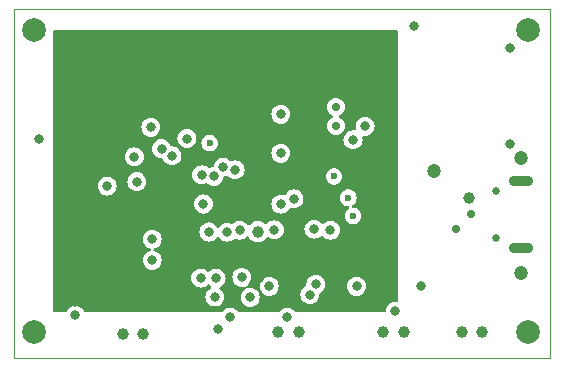
<source format=gbr>
%TF.GenerationSoftware,KiCad,Pcbnew,7.0.6*%
%TF.CreationDate,2024-03-10T16:24:53+08:00*%
%TF.ProjectId,Digital Clock,44696769-7461-46c2-9043-6c6f636b2e6b,_____*%
%TF.SameCoordinates,Original*%
%TF.FileFunction,Copper,L3,Inr*%
%TF.FilePolarity,Positive*%
%FSLAX46Y46*%
G04 Gerber Fmt 4.6, Leading zero omitted, Abs format (unit mm)*
G04 Created by KiCad (PCBNEW 7.0.6) date 2024-03-10 16:24:53*
%MOMM*%
%LPD*%
G01*
G04 APERTURE LIST*
%TA.AperFunction,ComponentPad*%
%ADD10C,0.650000*%
%TD*%
%TA.AperFunction,ComponentPad*%
%ADD11O,2.090000X0.930000*%
%TD*%
%TA.AperFunction,ComponentPad*%
%ADD12C,1.000000*%
%TD*%
%TA.AperFunction,ViaPad*%
%ADD13C,0.800000*%
%TD*%
%TA.AperFunction,ViaPad*%
%ADD14C,2.000000*%
%TD*%
%TA.AperFunction,ViaPad*%
%ADD15C,1.200000*%
%TD*%
%TA.AperFunction,ViaPad*%
%ADD16C,1.000000*%
%TD*%
%TA.AperFunction,ViaPad*%
%ADD17C,0.700000*%
%TD*%
%TA.AperFunction,ViaPad*%
%ADD18C,0.600000*%
%TD*%
%TA.AperFunction,Profile*%
%ADD19C,0.100000*%
%TD*%
G04 APERTURE END LIST*
D10*
%TO.N,GND*%
%TO.C,J1*%
X84237500Y-38760000D03*
X84237500Y-34760000D03*
D11*
%TO.N,N/C*%
X86337500Y-39590000D03*
X86337500Y-33910000D03*
%TD*%
D12*
%TO.N,N/C*%
%TO.C,SW2*%
X52656000Y-46920000D03*
X54356000Y-46920000D03*
%TD*%
%TO.N,N/C*%
%TO.C,SW5*%
X74690000Y-46740000D03*
X76390000Y-46740000D03*
%TD*%
%TO.N,N/C*%
%TO.C,SW1*%
X81350000Y-46740000D03*
X83050000Y-46740000D03*
%TD*%
%TO.N,N/C*%
%TO.C,SW3*%
X65800000Y-46740000D03*
X67500000Y-46740000D03*
%TD*%
D13*
%TO.N,/P1.1*%
X45550000Y-30410000D03*
%TO.N,GND*%
X72110000Y-30460000D03*
X85400000Y-22650000D03*
X70200000Y-38100000D03*
D14*
X86900000Y-21199999D03*
D15*
X79000000Y-33100000D03*
D16*
X64058800Y-38227000D03*
X81900000Y-35400000D03*
D13*
X68808600Y-38023800D03*
X48600000Y-45300000D03*
D15*
X86350000Y-32000000D03*
D13*
X68961000Y-42697400D03*
D15*
X86337907Y-41700667D03*
D14*
X45100000Y-46700000D03*
D13*
X59450000Y-35890000D03*
X73130000Y-29320000D03*
D14*
X86900000Y-46700000D03*
X45100000Y-21200000D03*
D13*
X53810000Y-34000000D03*
X85400000Y-30850000D03*
X77250000Y-20850000D03*
D16*
%TO.N,VCC*%
X64109600Y-42037000D03*
X48610000Y-44100000D03*
D13*
X72110000Y-34360000D03*
X74500000Y-27200000D03*
X59330000Y-34600000D03*
X71970000Y-31690000D03*
X70760000Y-22260000D03*
X74600000Y-24500000D03*
D16*
X74300000Y-40100000D03*
D13*
X61370000Y-23740000D03*
%TO.N,/DIG1*%
X59290000Y-33420000D03*
%TO.N,/DIG4*%
X55900000Y-31200000D03*
%TO.N,/DIG2*%
X53600000Y-31900000D03*
%TO.N,/DIG3*%
X51290000Y-34370000D03*
%TO.N,/A*%
X58050000Y-30350000D03*
%TO.N,/B*%
X55000000Y-29400000D03*
%TO.N,/C*%
X65455800Y-38074600D03*
%TO.N,/D*%
X61710000Y-45460000D03*
%TO.N,/E*%
X72410000Y-42860000D03*
%TO.N,/F*%
X66000000Y-28300000D03*
X66000000Y-31600000D03*
X55110000Y-38860000D03*
X55110000Y-40660000D03*
X66000000Y-35900000D03*
%TO.N,/G*%
X60410000Y-43760000D03*
%TO.N,/DP*%
X65010000Y-42860000D03*
D17*
%TO.N,/UD+*%
X82110000Y-36760000D03*
X80840000Y-38010000D03*
%TO.N,/P3.7*%
X70660000Y-29280000D03*
X70660000Y-27680000D03*
D13*
%TO.N,/P3.2*%
X77851000Y-42799000D03*
D18*
X70510000Y-33560000D03*
D13*
X75692000Y-44958000D03*
%TO.N,/P1.4*%
X59210000Y-42160000D03*
X60310000Y-33560000D03*
X59910000Y-38260000D03*
%TO.N,/P1.5*%
X61470000Y-38270000D03*
X66548000Y-45466000D03*
X60510000Y-42160000D03*
X60706000Y-46482000D03*
X61110000Y-32760000D03*
%TO.N,/P5.4*%
X62500000Y-38100000D03*
X62130000Y-33000000D03*
X68453000Y-43561000D03*
X63400000Y-43800000D03*
X62700000Y-42100000D03*
D18*
%TO.N,/TX*%
X71710000Y-35360000D03*
X72100000Y-36900000D03*
%TO.N,/P1.3*%
X59980000Y-30730000D03*
D13*
X56780000Y-31810000D03*
%TO.N,/P5.5*%
X67110000Y-35460000D03*
%TD*%
%TA.AperFunction,Conductor*%
%TO.N,VCC*%
G36*
X75842121Y-21180002D02*
G01*
X75888614Y-21233658D01*
X75900000Y-21286000D01*
X75900000Y-44034876D01*
X75879998Y-44102997D01*
X75826342Y-44149490D01*
X75759894Y-44160084D01*
X75692001Y-44152435D01*
X75692000Y-44152435D01*
X75512745Y-44172632D01*
X75512742Y-44172632D01*
X75512742Y-44172633D01*
X75342477Y-44232211D01*
X75342474Y-44232212D01*
X75189739Y-44328182D01*
X75189737Y-44328183D01*
X75062183Y-44455737D01*
X75062182Y-44455739D01*
X74966212Y-44608474D01*
X74966211Y-44608477D01*
X74920116Y-44740211D01*
X74906632Y-44778745D01*
X74887550Y-44948108D01*
X74860046Y-45013561D01*
X74801522Y-45053753D01*
X74762342Y-45060000D01*
X67307939Y-45060000D01*
X67239818Y-45039998D01*
X67201253Y-45001038D01*
X67177816Y-44963738D01*
X67177813Y-44963735D01*
X67177812Y-44963733D01*
X67050262Y-44836183D01*
X67050260Y-44836182D01*
X66897525Y-44740212D01*
X66897522Y-44740211D01*
X66880375Y-44734211D01*
X66727255Y-44680632D01*
X66548000Y-44660435D01*
X66368745Y-44680632D01*
X66368742Y-44680632D01*
X66368742Y-44680633D01*
X66198477Y-44740211D01*
X66198474Y-44740212D01*
X66045739Y-44836182D01*
X66045737Y-44836183D01*
X65918187Y-44963733D01*
X65918183Y-44963738D01*
X65918184Y-44963738D01*
X65894746Y-45001037D01*
X65841570Y-45048074D01*
X65788061Y-45060000D01*
X62473709Y-45060000D01*
X62405588Y-45039998D01*
X62367022Y-45001036D01*
X62343583Y-44963733D01*
X62339816Y-44957738D01*
X62339815Y-44957737D01*
X62339812Y-44957733D01*
X62212262Y-44830183D01*
X62212260Y-44830182D01*
X62059525Y-44734212D01*
X62059522Y-44734211D01*
X62059521Y-44734210D01*
X61889255Y-44674632D01*
X61710000Y-44654435D01*
X61530745Y-44674632D01*
X61530742Y-44674632D01*
X61530742Y-44674633D01*
X61360477Y-44734211D01*
X61360474Y-44734212D01*
X61207739Y-44830182D01*
X61207737Y-44830183D01*
X61080187Y-44957733D01*
X61080184Y-44957737D01*
X61052978Y-45001036D01*
X60999800Y-45048074D01*
X60946291Y-45060000D01*
X49453514Y-45060000D01*
X49385393Y-45039998D01*
X49338900Y-44986342D01*
X49334585Y-44975615D01*
X49328329Y-44957737D01*
X49325789Y-44950478D01*
X49325787Y-44950475D01*
X49325787Y-44950474D01*
X49229817Y-44797739D01*
X49229816Y-44797737D01*
X49102262Y-44670183D01*
X49102260Y-44670182D01*
X48949525Y-44574212D01*
X48949522Y-44574211D01*
X48867093Y-44545368D01*
X48779255Y-44514632D01*
X48600000Y-44494435D01*
X48420745Y-44514632D01*
X48420742Y-44514632D01*
X48420742Y-44514633D01*
X48250477Y-44574211D01*
X48250474Y-44574212D01*
X48097739Y-44670182D01*
X48097737Y-44670183D01*
X47970183Y-44797737D01*
X47970182Y-44797739D01*
X47874212Y-44950474D01*
X47874211Y-44950477D01*
X47865415Y-44975615D01*
X47824037Y-45033307D01*
X47758036Y-45059469D01*
X47746486Y-45060000D01*
X46826000Y-45060000D01*
X46757879Y-45039998D01*
X46711386Y-44986342D01*
X46700000Y-44934000D01*
X46700000Y-42160000D01*
X58404435Y-42160000D01*
X58424632Y-42339255D01*
X58431100Y-42357739D01*
X58484211Y-42509522D01*
X58484212Y-42509525D01*
X58580182Y-42662260D01*
X58580183Y-42662262D01*
X58707737Y-42789816D01*
X58707739Y-42789817D01*
X58860474Y-42885787D01*
X58860475Y-42885787D01*
X58860478Y-42885789D01*
X59030745Y-42945368D01*
X59210000Y-42965565D01*
X59389255Y-42945368D01*
X59559522Y-42885789D01*
X59712262Y-42789816D01*
X59715206Y-42786872D01*
X59770905Y-42731174D01*
X59833217Y-42697148D01*
X59904032Y-42702213D01*
X59949095Y-42731174D01*
X60007737Y-42789816D01*
X60007739Y-42789817D01*
X60058791Y-42821896D01*
X60105829Y-42875075D01*
X60116649Y-42945242D01*
X60087816Y-43010120D01*
X60058791Y-43035270D01*
X59907739Y-43130182D01*
X59907737Y-43130183D01*
X59780183Y-43257737D01*
X59780182Y-43257739D01*
X59684212Y-43410474D01*
X59684211Y-43410477D01*
X59656449Y-43489816D01*
X59624632Y-43580745D01*
X59604435Y-43760000D01*
X59624632Y-43939255D01*
X59658091Y-44034876D01*
X59684211Y-44109522D01*
X59684212Y-44109525D01*
X59780182Y-44262260D01*
X59780183Y-44262262D01*
X59907737Y-44389816D01*
X59907739Y-44389817D01*
X60060474Y-44485787D01*
X60060475Y-44485787D01*
X60060478Y-44485789D01*
X60230745Y-44545368D01*
X60410000Y-44565565D01*
X60589255Y-44545368D01*
X60759522Y-44485789D01*
X60912262Y-44389816D01*
X61039816Y-44262262D01*
X61135789Y-44109522D01*
X61195368Y-43939255D01*
X61215565Y-43760000D01*
X61195368Y-43580745D01*
X61135789Y-43410478D01*
X61135787Y-43410475D01*
X61135787Y-43410474D01*
X61039817Y-43257739D01*
X61039816Y-43257737D01*
X60912263Y-43130184D01*
X60861207Y-43098103D01*
X60814170Y-43044924D01*
X60803350Y-42974756D01*
X60832184Y-42909878D01*
X60861204Y-42884731D01*
X61012262Y-42789816D01*
X61139816Y-42662262D01*
X61235789Y-42509522D01*
X61295368Y-42339255D01*
X61315565Y-42160000D01*
X61308805Y-42100000D01*
X61894435Y-42100000D01*
X61914632Y-42279255D01*
X61942095Y-42357739D01*
X61974211Y-42449522D01*
X61974212Y-42449525D01*
X62070182Y-42602260D01*
X62070183Y-42602262D01*
X62197737Y-42729816D01*
X62197739Y-42729817D01*
X62350474Y-42825787D01*
X62350475Y-42825787D01*
X62350478Y-42825789D01*
X62520745Y-42885368D01*
X62700000Y-42905565D01*
X62879255Y-42885368D01*
X62888388Y-42882171D01*
X62959291Y-42878552D01*
X63020897Y-42913841D01*
X63053644Y-42976834D01*
X63047136Y-43047532D01*
X63003440Y-43103488D01*
X62997039Y-43107788D01*
X62897739Y-43170182D01*
X62897737Y-43170183D01*
X62770183Y-43297737D01*
X62770182Y-43297739D01*
X62674212Y-43450474D01*
X62674211Y-43450477D01*
X62626864Y-43585787D01*
X62614632Y-43620745D01*
X62594435Y-43800000D01*
X62614632Y-43979255D01*
X62674200Y-44149490D01*
X62674211Y-44149522D01*
X62674212Y-44149525D01*
X62770182Y-44302260D01*
X62770183Y-44302262D01*
X62897737Y-44429816D01*
X62897739Y-44429817D01*
X63050474Y-44525787D01*
X63050475Y-44525787D01*
X63050478Y-44525789D01*
X63220745Y-44585368D01*
X63400000Y-44605565D01*
X63579255Y-44585368D01*
X63749522Y-44525789D01*
X63902262Y-44429816D01*
X64029816Y-44302262D01*
X64125789Y-44149522D01*
X64185368Y-43979255D01*
X64205565Y-43800000D01*
X64185368Y-43620745D01*
X64125789Y-43450478D01*
X64125787Y-43450475D01*
X64125787Y-43450474D01*
X64029817Y-43297739D01*
X64029816Y-43297737D01*
X63902262Y-43170183D01*
X63902260Y-43170182D01*
X63749525Y-43074212D01*
X63749522Y-43074211D01*
X63749521Y-43074210D01*
X63579255Y-43014632D01*
X63400000Y-42994435D01*
X63220745Y-43014632D01*
X63220742Y-43014632D01*
X63220741Y-43014633D01*
X63220739Y-43014633D01*
X63211603Y-43017830D01*
X63140699Y-43021445D01*
X63079096Y-42986151D01*
X63046353Y-42923156D01*
X63052171Y-42860000D01*
X64204435Y-42860000D01*
X64224632Y-43039255D01*
X64270445Y-43170182D01*
X64284211Y-43209522D01*
X64284212Y-43209525D01*
X64380182Y-43362260D01*
X64380183Y-43362262D01*
X64507737Y-43489816D01*
X64507739Y-43489817D01*
X64660474Y-43585787D01*
X64660475Y-43585787D01*
X64660478Y-43585789D01*
X64830745Y-43645368D01*
X65010000Y-43665565D01*
X65189255Y-43645368D01*
X65359522Y-43585789D01*
X65398973Y-43561000D01*
X67647435Y-43561000D01*
X67667632Y-43740255D01*
X67667633Y-43740257D01*
X67727211Y-43910522D01*
X67727212Y-43910525D01*
X67823182Y-44063260D01*
X67823183Y-44063262D01*
X67950737Y-44190816D01*
X67950739Y-44190817D01*
X68103474Y-44286787D01*
X68103475Y-44286787D01*
X68103478Y-44286789D01*
X68273745Y-44346368D01*
X68453000Y-44366565D01*
X68632255Y-44346368D01*
X68802522Y-44286789D01*
X68955262Y-44190816D01*
X69082816Y-44063262D01*
X69178789Y-43910522D01*
X69238368Y-43740255D01*
X69258565Y-43561000D01*
X69256363Y-43541460D01*
X69268612Y-43471531D01*
X69314534Y-43420667D01*
X69463262Y-43327216D01*
X69590816Y-43199662D01*
X69686789Y-43046922D01*
X69746368Y-42876655D01*
X69748245Y-42860000D01*
X71604435Y-42860000D01*
X71624632Y-43039255D01*
X71670445Y-43170182D01*
X71684211Y-43209522D01*
X71684212Y-43209525D01*
X71780182Y-43362260D01*
X71780183Y-43362262D01*
X71907737Y-43489816D01*
X71907739Y-43489817D01*
X72060474Y-43585787D01*
X72060475Y-43585787D01*
X72060478Y-43585789D01*
X72230745Y-43645368D01*
X72410000Y-43665565D01*
X72589255Y-43645368D01*
X72759522Y-43585789D01*
X72912262Y-43489816D01*
X73039816Y-43362262D01*
X73135789Y-43209522D01*
X73195368Y-43039255D01*
X73215565Y-42860000D01*
X73195368Y-42680745D01*
X73135789Y-42510478D01*
X73135787Y-42510475D01*
X73135787Y-42510474D01*
X73039817Y-42357739D01*
X73039816Y-42357737D01*
X72912262Y-42230183D01*
X72912260Y-42230182D01*
X72759525Y-42134212D01*
X72759522Y-42134211D01*
X72759522Y-42134210D01*
X72589255Y-42074632D01*
X72410000Y-42054435D01*
X72409999Y-42054435D01*
X72383926Y-42057372D01*
X72230745Y-42074632D01*
X72230742Y-42074632D01*
X72230742Y-42074633D01*
X72060477Y-42134211D01*
X72060474Y-42134212D01*
X71907739Y-42230182D01*
X71907737Y-42230183D01*
X71780183Y-42357737D01*
X71780182Y-42357739D01*
X71684212Y-42510474D01*
X71684211Y-42510477D01*
X71684211Y-42510478D01*
X71624632Y-42680745D01*
X71604435Y-42860000D01*
X69748245Y-42860000D01*
X69766565Y-42697400D01*
X69746368Y-42518145D01*
X69686789Y-42347878D01*
X69686787Y-42347875D01*
X69686787Y-42347874D01*
X69590817Y-42195139D01*
X69590816Y-42195137D01*
X69463262Y-42067583D01*
X69463260Y-42067582D01*
X69310525Y-41971612D01*
X69310522Y-41971611D01*
X69165155Y-41920745D01*
X69140255Y-41912032D01*
X68961000Y-41891835D01*
X68960999Y-41891835D01*
X68934926Y-41894772D01*
X68781745Y-41912032D01*
X68781742Y-41912032D01*
X68781742Y-41912033D01*
X68611477Y-41971611D01*
X68611474Y-41971612D01*
X68458739Y-42067582D01*
X68458737Y-42067583D01*
X68331183Y-42195137D01*
X68331182Y-42195139D01*
X68235212Y-42347874D01*
X68235211Y-42347877D01*
X68235211Y-42347878D01*
X68175632Y-42518145D01*
X68155435Y-42697400D01*
X68155435Y-42697402D01*
X68157636Y-42716941D01*
X68145385Y-42786872D01*
X68099464Y-42837732D01*
X67950739Y-42931182D01*
X67950737Y-42931183D01*
X67823183Y-43058737D01*
X67823182Y-43058739D01*
X67727212Y-43211474D01*
X67727211Y-43211477D01*
X67674450Y-43362260D01*
X67667632Y-43381745D01*
X67647435Y-43561000D01*
X65398973Y-43561000D01*
X65512262Y-43489816D01*
X65639816Y-43362262D01*
X65735789Y-43209522D01*
X65795368Y-43039255D01*
X65815565Y-42860000D01*
X65795368Y-42680745D01*
X65735789Y-42510478D01*
X65735787Y-42510475D01*
X65735787Y-42510474D01*
X65639817Y-42357739D01*
X65639816Y-42357737D01*
X65512262Y-42230183D01*
X65512260Y-42230182D01*
X65359525Y-42134212D01*
X65359522Y-42134211D01*
X65359522Y-42134210D01*
X65189255Y-42074632D01*
X65010000Y-42054435D01*
X65009999Y-42054435D01*
X64983926Y-42057372D01*
X64830745Y-42074632D01*
X64830742Y-42074632D01*
X64830742Y-42074633D01*
X64660477Y-42134211D01*
X64660474Y-42134212D01*
X64507739Y-42230182D01*
X64507737Y-42230183D01*
X64380183Y-42357737D01*
X64380182Y-42357739D01*
X64284212Y-42510474D01*
X64284211Y-42510477D01*
X64284211Y-42510478D01*
X64224632Y-42680745D01*
X64204435Y-42860000D01*
X63052171Y-42860000D01*
X63052866Y-42852459D01*
X63096567Y-42796506D01*
X63102937Y-42792225D01*
X63202262Y-42729816D01*
X63329816Y-42602262D01*
X63425789Y-42449522D01*
X63485368Y-42279255D01*
X63505565Y-42100000D01*
X63485368Y-41920745D01*
X63425789Y-41750478D01*
X63425787Y-41750475D01*
X63425787Y-41750474D01*
X63329817Y-41597739D01*
X63329816Y-41597737D01*
X63202262Y-41470183D01*
X63202260Y-41470182D01*
X63049525Y-41374212D01*
X63049522Y-41374211D01*
X62993005Y-41354435D01*
X62879255Y-41314632D01*
X62700000Y-41294435D01*
X62520745Y-41314632D01*
X62520742Y-41314632D01*
X62520742Y-41314633D01*
X62350477Y-41374211D01*
X62350474Y-41374212D01*
X62197739Y-41470182D01*
X62197737Y-41470183D01*
X62070183Y-41597737D01*
X62070182Y-41597739D01*
X61974212Y-41750474D01*
X61974211Y-41750477D01*
X61974211Y-41750478D01*
X61914632Y-41920745D01*
X61894435Y-42100000D01*
X61308805Y-42100000D01*
X61295368Y-41980745D01*
X61235789Y-41810478D01*
X61235787Y-41810475D01*
X61235787Y-41810474D01*
X61139817Y-41657739D01*
X61139816Y-41657737D01*
X61012262Y-41530183D01*
X61012260Y-41530182D01*
X60859525Y-41434212D01*
X60859522Y-41434211D01*
X60859522Y-41434210D01*
X60689255Y-41374632D01*
X60510000Y-41354435D01*
X60509999Y-41354435D01*
X60483926Y-41357372D01*
X60330745Y-41374632D01*
X60330742Y-41374632D01*
X60330742Y-41374633D01*
X60160477Y-41434211D01*
X60160474Y-41434212D01*
X60007739Y-41530182D01*
X60007737Y-41530183D01*
X59949095Y-41588826D01*
X59886783Y-41622852D01*
X59815968Y-41617787D01*
X59770905Y-41588826D01*
X59712262Y-41530183D01*
X59712260Y-41530182D01*
X59559525Y-41434212D01*
X59559522Y-41434211D01*
X59559521Y-41434210D01*
X59389255Y-41374632D01*
X59210000Y-41354435D01*
X59030745Y-41374632D01*
X59030742Y-41374632D01*
X59030742Y-41374633D01*
X58860477Y-41434211D01*
X58860474Y-41434212D01*
X58707739Y-41530182D01*
X58707737Y-41530183D01*
X58580183Y-41657737D01*
X58580182Y-41657739D01*
X58484212Y-41810474D01*
X58484211Y-41810477D01*
X58484211Y-41810478D01*
X58424632Y-41980745D01*
X58404435Y-42160000D01*
X46700000Y-42160000D01*
X46700000Y-40660000D01*
X54304435Y-40660000D01*
X54324632Y-40839255D01*
X54324633Y-40839257D01*
X54384211Y-41009522D01*
X54384212Y-41009525D01*
X54480182Y-41162260D01*
X54480183Y-41162262D01*
X54607737Y-41289816D01*
X54607739Y-41289817D01*
X54760474Y-41385787D01*
X54760475Y-41385787D01*
X54760478Y-41385789D01*
X54930745Y-41445368D01*
X55110000Y-41465565D01*
X55289255Y-41445368D01*
X55459522Y-41385789D01*
X55612262Y-41289816D01*
X55739816Y-41162262D01*
X55835789Y-41009522D01*
X55895368Y-40839255D01*
X55915565Y-40660000D01*
X55895368Y-40480745D01*
X55835789Y-40310478D01*
X55835787Y-40310475D01*
X55835787Y-40310474D01*
X55739817Y-40157739D01*
X55739816Y-40157737D01*
X55612262Y-40030183D01*
X55612260Y-40030182D01*
X55459525Y-39934212D01*
X55459522Y-39934211D01*
X55459521Y-39934211D01*
X55301532Y-39878928D01*
X55243842Y-39837551D01*
X55217680Y-39771551D01*
X55231353Y-39701883D01*
X55280520Y-39650667D01*
X55301530Y-39641072D01*
X55459522Y-39585789D01*
X55612262Y-39489816D01*
X55739816Y-39362262D01*
X55835789Y-39209522D01*
X55895368Y-39039255D01*
X55915565Y-38860000D01*
X55895368Y-38680745D01*
X55835789Y-38510478D01*
X55835787Y-38510475D01*
X55835787Y-38510474D01*
X55739817Y-38357739D01*
X55739816Y-38357737D01*
X55642079Y-38260000D01*
X59104435Y-38260000D01*
X59124632Y-38439255D01*
X59165937Y-38557299D01*
X59184211Y-38609522D01*
X59184212Y-38609525D01*
X59280182Y-38762260D01*
X59280183Y-38762262D01*
X59407737Y-38889816D01*
X59407739Y-38889817D01*
X59560474Y-38985787D01*
X59560475Y-38985787D01*
X59560478Y-38985789D01*
X59730745Y-39045368D01*
X59910000Y-39065565D01*
X60089255Y-39045368D01*
X60259522Y-38985789D01*
X60412262Y-38889816D01*
X60539816Y-38762262D01*
X60580170Y-38698038D01*
X60633349Y-38651001D01*
X60703516Y-38640180D01*
X60768394Y-38669012D01*
X60793545Y-38698038D01*
X60840182Y-38772260D01*
X60840183Y-38772262D01*
X60967737Y-38899816D01*
X60967739Y-38899817D01*
X61120474Y-38995787D01*
X61120475Y-38995787D01*
X61120478Y-38995789D01*
X61290745Y-39055368D01*
X61470000Y-39075565D01*
X61649255Y-39055368D01*
X61819522Y-38995789D01*
X61972262Y-38899816D01*
X62017314Y-38854763D01*
X62079625Y-38820739D01*
X62148024Y-38824930D01*
X62150476Y-38825788D01*
X62150478Y-38825789D01*
X62320745Y-38885368D01*
X62500000Y-38905565D01*
X62679255Y-38885368D01*
X62849522Y-38825789D01*
X62958194Y-38757506D01*
X63002259Y-38729818D01*
X63002259Y-38729817D01*
X63002262Y-38729816D01*
X63080801Y-38651276D01*
X63143111Y-38617253D01*
X63213927Y-38622317D01*
X63270763Y-38664863D01*
X63279014Y-38677373D01*
X63326265Y-38759214D01*
X63326266Y-38759216D01*
X63452926Y-38899886D01*
X63606067Y-39011149D01*
X63606067Y-39011150D01*
X63653412Y-39032229D01*
X63778997Y-39088144D01*
X63964154Y-39127500D01*
X64153446Y-39127500D01*
X64338603Y-39088144D01*
X64511530Y-39011151D01*
X64511530Y-39011150D01*
X64511532Y-39011150D01*
X64511532Y-39011149D01*
X64664671Y-38899888D01*
X64700587Y-38860000D01*
X64746358Y-38809166D01*
X64791333Y-38759216D01*
X64792320Y-38757505D01*
X64793154Y-38756710D01*
X64795218Y-38753870D01*
X64795737Y-38754247D01*
X64843697Y-38708507D01*
X64913410Y-38695063D01*
X64968482Y-38713807D01*
X65106274Y-38800387D01*
X65106275Y-38800387D01*
X65106278Y-38800389D01*
X65276545Y-38859968D01*
X65455800Y-38880165D01*
X65635055Y-38859968D01*
X65805322Y-38800389D01*
X65958062Y-38704416D01*
X66085616Y-38576862D01*
X66181589Y-38424122D01*
X66241168Y-38253855D01*
X66261365Y-38074600D01*
X66255641Y-38023800D01*
X68003035Y-38023800D01*
X68023232Y-38203055D01*
X68043158Y-38259999D01*
X68082811Y-38373322D01*
X68082812Y-38373325D01*
X68178782Y-38526060D01*
X68178783Y-38526062D01*
X68306337Y-38653616D01*
X68306339Y-38653617D01*
X68459074Y-38749587D01*
X68459075Y-38749587D01*
X68459078Y-38749589D01*
X68629345Y-38809168D01*
X68808600Y-38829365D01*
X68987855Y-38809168D01*
X69158122Y-38749589D01*
X69244900Y-38695063D01*
X69310859Y-38653618D01*
X69310859Y-38653617D01*
X69310862Y-38653616D01*
X69378219Y-38586258D01*
X69440529Y-38552235D01*
X69511345Y-38557299D01*
X69565821Y-38596792D01*
X69570185Y-38602264D01*
X69697737Y-38729816D01*
X69697739Y-38729817D01*
X69850474Y-38825787D01*
X69850475Y-38825787D01*
X69850478Y-38825789D01*
X70020745Y-38885368D01*
X70200000Y-38905565D01*
X70379255Y-38885368D01*
X70549522Y-38825789D01*
X70702262Y-38729816D01*
X70829816Y-38602262D01*
X70925789Y-38449522D01*
X70985368Y-38279255D01*
X71005565Y-38100000D01*
X70985368Y-37920745D01*
X70925789Y-37750478D01*
X70925787Y-37750475D01*
X70925787Y-37750474D01*
X70829817Y-37597739D01*
X70829816Y-37597737D01*
X70702262Y-37470183D01*
X70702260Y-37470182D01*
X70549525Y-37374212D01*
X70549522Y-37374211D01*
X70525642Y-37365855D01*
X70379255Y-37314632D01*
X70200000Y-37294435D01*
X70020745Y-37314632D01*
X70020742Y-37314632D01*
X70020742Y-37314633D01*
X69850477Y-37374211D01*
X69850474Y-37374212D01*
X69697740Y-37470181D01*
X69630381Y-37537540D01*
X69568068Y-37571565D01*
X69497253Y-37566499D01*
X69442777Y-37527006D01*
X69438413Y-37521534D01*
X69310862Y-37393983D01*
X69310860Y-37393982D01*
X69158125Y-37298012D01*
X69158122Y-37298011D01*
X69075313Y-37269035D01*
X68987855Y-37238432D01*
X68808600Y-37218235D01*
X68629345Y-37238432D01*
X68629342Y-37238432D01*
X68629342Y-37238433D01*
X68459077Y-37298011D01*
X68459074Y-37298012D01*
X68306339Y-37393982D01*
X68306337Y-37393983D01*
X68178783Y-37521537D01*
X68178782Y-37521539D01*
X68082812Y-37674274D01*
X68082811Y-37674277D01*
X68050108Y-37767738D01*
X68023232Y-37844545D01*
X68003035Y-38023800D01*
X66255641Y-38023800D01*
X66241168Y-37895345D01*
X66181589Y-37725078D01*
X66181587Y-37725075D01*
X66181587Y-37725074D01*
X66085617Y-37572339D01*
X66085616Y-37572337D01*
X65958062Y-37444783D01*
X65958060Y-37444782D01*
X65805325Y-37348812D01*
X65805322Y-37348811D01*
X65741561Y-37326500D01*
X65635055Y-37289232D01*
X65455800Y-37269035D01*
X65276545Y-37289232D01*
X65276542Y-37289232D01*
X65276542Y-37289233D01*
X65106277Y-37348811D01*
X65106274Y-37348812D01*
X64953540Y-37444781D01*
X64843622Y-37554699D01*
X64781310Y-37588724D01*
X64710494Y-37583658D01*
X64671097Y-37556848D01*
X64669581Y-37558532D01*
X64664674Y-37554114D01*
X64511532Y-37442850D01*
X64511532Y-37442849D01*
X64385945Y-37386934D01*
X64338603Y-37365856D01*
X64338601Y-37365855D01*
X64338600Y-37365855D01*
X64153446Y-37326500D01*
X63964154Y-37326500D01*
X63778999Y-37365855D01*
X63606067Y-37442849D01*
X63606067Y-37442850D01*
X63452928Y-37554112D01*
X63358069Y-37659463D01*
X63297622Y-37696702D01*
X63226639Y-37695350D01*
X63167654Y-37655836D01*
X63157745Y-37642187D01*
X63156486Y-37640184D01*
X63146008Y-37623507D01*
X63129815Y-37597736D01*
X63002262Y-37470183D01*
X63002260Y-37470182D01*
X62849525Y-37374212D01*
X62849522Y-37374211D01*
X62825642Y-37365855D01*
X62679255Y-37314632D01*
X62500000Y-37294435D01*
X62499999Y-37294435D01*
X62473926Y-37297372D01*
X62320745Y-37314632D01*
X62320742Y-37314632D01*
X62320742Y-37314633D01*
X62150477Y-37374211D01*
X62150475Y-37374212D01*
X61997738Y-37470183D01*
X61952685Y-37515236D01*
X61890372Y-37549261D01*
X61821975Y-37545069D01*
X61649258Y-37484633D01*
X61649257Y-37484632D01*
X61649255Y-37484632D01*
X61470000Y-37464435D01*
X61290745Y-37484632D01*
X61290742Y-37484632D01*
X61290742Y-37484633D01*
X61120477Y-37544211D01*
X61120474Y-37544212D01*
X60967739Y-37640182D01*
X60967737Y-37640183D01*
X60840184Y-37767736D01*
X60799828Y-37831962D01*
X60746648Y-37878999D01*
X60676481Y-37889819D01*
X60611603Y-37860985D01*
X60586453Y-37831961D01*
X60581551Y-37824160D01*
X60539816Y-37757738D01*
X60539815Y-37757737D01*
X60539814Y-37757735D01*
X60412262Y-37630183D01*
X60412260Y-37630182D01*
X60259525Y-37534212D01*
X60259522Y-37534211D01*
X60238931Y-37527006D01*
X60089255Y-37474632D01*
X59910000Y-37454435D01*
X59730745Y-37474632D01*
X59730742Y-37474632D01*
X59730742Y-37474633D01*
X59560477Y-37534211D01*
X59560474Y-37534212D01*
X59407739Y-37630182D01*
X59407737Y-37630183D01*
X59280183Y-37757737D01*
X59280182Y-37757739D01*
X59184212Y-37910474D01*
X59184211Y-37910477D01*
X59184211Y-37910478D01*
X59124632Y-38080745D01*
X59104435Y-38260000D01*
X55642079Y-38260000D01*
X55612262Y-38230183D01*
X55612260Y-38230182D01*
X55459525Y-38134212D01*
X55459522Y-38134211D01*
X55459521Y-38134210D01*
X55289255Y-38074632D01*
X55110000Y-38054435D01*
X54930745Y-38074632D01*
X54930742Y-38074632D01*
X54930742Y-38074633D01*
X54760477Y-38134211D01*
X54760474Y-38134212D01*
X54607739Y-38230182D01*
X54607737Y-38230183D01*
X54480183Y-38357737D01*
X54480182Y-38357739D01*
X54384212Y-38510474D01*
X54384211Y-38510477D01*
X54325812Y-38677373D01*
X54324632Y-38680745D01*
X54304435Y-38860000D01*
X54324632Y-39039255D01*
X54341739Y-39088144D01*
X54384211Y-39209522D01*
X54384212Y-39209525D01*
X54480182Y-39362260D01*
X54480183Y-39362262D01*
X54607737Y-39489816D01*
X54607739Y-39489817D01*
X54760474Y-39585787D01*
X54760475Y-39585787D01*
X54760478Y-39585789D01*
X54918465Y-39641071D01*
X54976157Y-39682449D01*
X55002319Y-39748449D01*
X54988646Y-39818117D01*
X54939479Y-39869333D01*
X54918465Y-39878929D01*
X54760477Y-39934211D01*
X54760474Y-39934212D01*
X54607739Y-40030182D01*
X54607737Y-40030183D01*
X54480183Y-40157737D01*
X54480182Y-40157739D01*
X54384212Y-40310474D01*
X54384211Y-40310477D01*
X54384211Y-40310478D01*
X54324632Y-40480745D01*
X54304435Y-40660000D01*
X46700000Y-40660000D01*
X46700000Y-35890000D01*
X58644435Y-35890000D01*
X58664632Y-36069255D01*
X58715472Y-36214547D01*
X58724211Y-36239522D01*
X58724212Y-36239525D01*
X58820182Y-36392260D01*
X58820183Y-36392262D01*
X58947737Y-36519816D01*
X58947739Y-36519817D01*
X59100474Y-36615787D01*
X59100475Y-36615787D01*
X59100478Y-36615789D01*
X59270745Y-36675368D01*
X59450000Y-36695565D01*
X59629255Y-36675368D01*
X59799522Y-36615789D01*
X59952262Y-36519816D01*
X60079816Y-36392262D01*
X60175789Y-36239522D01*
X60235368Y-36069255D01*
X60254438Y-35900000D01*
X65194435Y-35900000D01*
X65214632Y-36079255D01*
X65249677Y-36179408D01*
X65274211Y-36249522D01*
X65274212Y-36249525D01*
X65370182Y-36402260D01*
X65370183Y-36402262D01*
X65497737Y-36529816D01*
X65497739Y-36529817D01*
X65650474Y-36625787D01*
X65650475Y-36625787D01*
X65650478Y-36625789D01*
X65820745Y-36685368D01*
X66000000Y-36705565D01*
X66179255Y-36685368D01*
X66349522Y-36625789D01*
X66502262Y-36529816D01*
X66629816Y-36402262D01*
X66711411Y-36272403D01*
X66764587Y-36225368D01*
X66834755Y-36214547D01*
X66859705Y-36220510D01*
X66930745Y-36245368D01*
X67110000Y-36265565D01*
X67289255Y-36245368D01*
X67459522Y-36185789D01*
X67612262Y-36089816D01*
X67739816Y-35962262D01*
X67835789Y-35809522D01*
X67895368Y-35639255D01*
X67915565Y-35460000D01*
X67904298Y-35360002D01*
X71004355Y-35360002D01*
X71024859Y-35528871D01*
X71085179Y-35687925D01*
X71085181Y-35687929D01*
X71181816Y-35827928D01*
X71181818Y-35827930D01*
X71263168Y-35900000D01*
X71309148Y-35940734D01*
X71459775Y-36019790D01*
X71459776Y-36019790D01*
X71459778Y-36019791D01*
X71604934Y-36055568D01*
X71624944Y-36060500D01*
X71624947Y-36060500D01*
X71680983Y-36060500D01*
X71749104Y-36080502D01*
X71795597Y-36134158D01*
X71805701Y-36204432D01*
X71776207Y-36269012D01*
X71739539Y-36298067D01*
X71699149Y-36319265D01*
X71699142Y-36319270D01*
X71571818Y-36432069D01*
X71571816Y-36432071D01*
X71475181Y-36572070D01*
X71475179Y-36572074D01*
X71414859Y-36731128D01*
X71394355Y-36899997D01*
X71394355Y-36900002D01*
X71414859Y-37068871D01*
X71475179Y-37227925D01*
X71475181Y-37227929D01*
X71571816Y-37367928D01*
X71571818Y-37367930D01*
X71658568Y-37444784D01*
X71699148Y-37480734D01*
X71849775Y-37559790D01*
X71849776Y-37559790D01*
X71849778Y-37559791D01*
X71967166Y-37588724D01*
X72014944Y-37600500D01*
X72014947Y-37600500D01*
X72185053Y-37600500D01*
X72185056Y-37600500D01*
X72350225Y-37559790D01*
X72500852Y-37480734D01*
X72628183Y-37367929D01*
X72724818Y-37227930D01*
X72785140Y-37068872D01*
X72805645Y-36900000D01*
X72785140Y-36731128D01*
X72745191Y-36625789D01*
X72724820Y-36572074D01*
X72724818Y-36572070D01*
X72628183Y-36432071D01*
X72628181Y-36432069D01*
X72500857Y-36319270D01*
X72500851Y-36319265D01*
X72350225Y-36240210D01*
X72350221Y-36240208D01*
X72185059Y-36199500D01*
X72185056Y-36199500D01*
X72129017Y-36199500D01*
X72060896Y-36179498D01*
X72014403Y-36125842D01*
X72004299Y-36055568D01*
X72033793Y-35990988D01*
X72070461Y-35961933D01*
X72110852Y-35940734D01*
X72238183Y-35827929D01*
X72334818Y-35687930D01*
X72395140Y-35528872D01*
X72415645Y-35360000D01*
X72395140Y-35191128D01*
X72381578Y-35155368D01*
X72334820Y-35032074D01*
X72334818Y-35032070D01*
X72238183Y-34892071D01*
X72238181Y-34892069D01*
X72110857Y-34779270D01*
X72110851Y-34779265D01*
X71960225Y-34700210D01*
X71960221Y-34700208D01*
X71795059Y-34659500D01*
X71795056Y-34659500D01*
X71624944Y-34659500D01*
X71624940Y-34659500D01*
X71459778Y-34700208D01*
X71459774Y-34700210D01*
X71309148Y-34779265D01*
X71309142Y-34779270D01*
X71181818Y-34892069D01*
X71181816Y-34892071D01*
X71085181Y-35032070D01*
X71085179Y-35032074D01*
X71024859Y-35191128D01*
X71004355Y-35359997D01*
X71004355Y-35360002D01*
X67904298Y-35360002D01*
X67895368Y-35280745D01*
X67835789Y-35110478D01*
X67835787Y-35110475D01*
X67835787Y-35110474D01*
X67739817Y-34957739D01*
X67739816Y-34957737D01*
X67612262Y-34830183D01*
X67612260Y-34830182D01*
X67459525Y-34734212D01*
X67459522Y-34734211D01*
X67435450Y-34725788D01*
X67289255Y-34674632D01*
X67110000Y-34654435D01*
X66930745Y-34674632D01*
X66930742Y-34674632D01*
X66930742Y-34674633D01*
X66760477Y-34734211D01*
X66760474Y-34734212D01*
X66607739Y-34830182D01*
X66607737Y-34830183D01*
X66480183Y-34957737D01*
X66480182Y-34957739D01*
X66398589Y-35087594D01*
X66345411Y-35134632D01*
X66275243Y-35145452D01*
X66250287Y-35139487D01*
X66179258Y-35114633D01*
X66179257Y-35114632D01*
X66179255Y-35114632D01*
X66000000Y-35094435D01*
X65820745Y-35114632D01*
X65820742Y-35114632D01*
X65820742Y-35114633D01*
X65650477Y-35174211D01*
X65650474Y-35174212D01*
X65497739Y-35270182D01*
X65497737Y-35270183D01*
X65370183Y-35397737D01*
X65370182Y-35397739D01*
X65274212Y-35550474D01*
X65274211Y-35550477D01*
X65243146Y-35639257D01*
X65214632Y-35720745D01*
X65194435Y-35900000D01*
X60254438Y-35900000D01*
X60255565Y-35890000D01*
X60235368Y-35710745D01*
X60175789Y-35540478D01*
X60175787Y-35540475D01*
X60175787Y-35540474D01*
X60079817Y-35387739D01*
X60079816Y-35387737D01*
X59952262Y-35260183D01*
X59952260Y-35260182D01*
X59799525Y-35164212D01*
X59799522Y-35164211D01*
X59657833Y-35114632D01*
X59629255Y-35104632D01*
X59450000Y-35084435D01*
X59270745Y-35104632D01*
X59270742Y-35104632D01*
X59270742Y-35104633D01*
X59100477Y-35164211D01*
X59100474Y-35164212D01*
X58947739Y-35260182D01*
X58947737Y-35260183D01*
X58820183Y-35387737D01*
X58820182Y-35387739D01*
X58724212Y-35540474D01*
X58724211Y-35540477D01*
X58724211Y-35540478D01*
X58664632Y-35710745D01*
X58644435Y-35890000D01*
X46700000Y-35890000D01*
X46700000Y-34370000D01*
X50484435Y-34370000D01*
X50504632Y-34549255D01*
X50504633Y-34549257D01*
X50564211Y-34719522D01*
X50564212Y-34719525D01*
X50660182Y-34872260D01*
X50660183Y-34872262D01*
X50787737Y-34999816D01*
X50787739Y-34999817D01*
X50940474Y-35095787D01*
X50940475Y-35095787D01*
X50940478Y-35095789D01*
X51110745Y-35155368D01*
X51290000Y-35175565D01*
X51469255Y-35155368D01*
X51639522Y-35095789D01*
X51792262Y-34999816D01*
X51919816Y-34872262D01*
X52015789Y-34719522D01*
X52075368Y-34549255D01*
X52095565Y-34370000D01*
X52075368Y-34190745D01*
X52015789Y-34020478D01*
X52015787Y-34020475D01*
X52015787Y-34020474D01*
X52002922Y-34000000D01*
X53004435Y-34000000D01*
X53024632Y-34179255D01*
X53038816Y-34219790D01*
X53084211Y-34349522D01*
X53084212Y-34349525D01*
X53180182Y-34502260D01*
X53180183Y-34502262D01*
X53307737Y-34629816D01*
X53307739Y-34629817D01*
X53460474Y-34725787D01*
X53460475Y-34725787D01*
X53460478Y-34725789D01*
X53630745Y-34785368D01*
X53810000Y-34805565D01*
X53989255Y-34785368D01*
X54159522Y-34725789D01*
X54312262Y-34629816D01*
X54439816Y-34502262D01*
X54535789Y-34349522D01*
X54595368Y-34179255D01*
X54615565Y-34000000D01*
X54595368Y-33820745D01*
X54535789Y-33650478D01*
X54535787Y-33650475D01*
X54535787Y-33650474D01*
X54439817Y-33497739D01*
X54439816Y-33497737D01*
X54362079Y-33420000D01*
X58484435Y-33420000D01*
X58504632Y-33599255D01*
X58553945Y-33740183D01*
X58564211Y-33769522D01*
X58564212Y-33769525D01*
X58660182Y-33922260D01*
X58660183Y-33922262D01*
X58787737Y-34049816D01*
X58787739Y-34049817D01*
X58940474Y-34145787D01*
X58940475Y-34145787D01*
X58940478Y-34145789D01*
X59110745Y-34205368D01*
X59290000Y-34225565D01*
X59469255Y-34205368D01*
X59639522Y-34145789D01*
X59639528Y-34145785D01*
X59642793Y-34144213D01*
X59645122Y-34143829D01*
X59646201Y-34143452D01*
X59646267Y-34143640D01*
X59712846Y-34132676D01*
X59778016Y-34160844D01*
X59786560Y-34168639D01*
X59807737Y-34189816D01*
X59807739Y-34189817D01*
X59960474Y-34285787D01*
X59960475Y-34285787D01*
X59960478Y-34285789D01*
X60130745Y-34345368D01*
X60310000Y-34365565D01*
X60489255Y-34345368D01*
X60659522Y-34285789D01*
X60812262Y-34189816D01*
X60939816Y-34062262D01*
X61035789Y-33909522D01*
X61095368Y-33739255D01*
X61103750Y-33664852D01*
X61131254Y-33599399D01*
X61189778Y-33559206D01*
X61214852Y-33553751D01*
X61228208Y-33552246D01*
X61289255Y-33545368D01*
X61402714Y-33505666D01*
X61473616Y-33502047D01*
X61533422Y-33535501D01*
X61627737Y-33629816D01*
X61627739Y-33629817D01*
X61780474Y-33725787D01*
X61780475Y-33725787D01*
X61780478Y-33725789D01*
X61950745Y-33785368D01*
X62130000Y-33805565D01*
X62309255Y-33785368D01*
X62479522Y-33725789D01*
X62632262Y-33629816D01*
X62702076Y-33560002D01*
X69804355Y-33560002D01*
X69824859Y-33728871D01*
X69885179Y-33887925D01*
X69885181Y-33887929D01*
X69981816Y-34027928D01*
X69981818Y-34027930D01*
X70006523Y-34049817D01*
X70109148Y-34140734D01*
X70259775Y-34219790D01*
X70259776Y-34219790D01*
X70259778Y-34219791D01*
X70416461Y-34258409D01*
X70424944Y-34260500D01*
X70424947Y-34260500D01*
X70595053Y-34260500D01*
X70595056Y-34260500D01*
X70760225Y-34219790D01*
X70910852Y-34140734D01*
X71038183Y-34027929D01*
X71134818Y-33887930D01*
X71195140Y-33728872D01*
X71215038Y-33565001D01*
X71215645Y-33560002D01*
X71215645Y-33559997D01*
X71195140Y-33391128D01*
X71134820Y-33232074D01*
X71134818Y-33232070D01*
X71038183Y-33092071D01*
X71038181Y-33092069D01*
X70910857Y-32979270D01*
X70910851Y-32979265D01*
X70760225Y-32900210D01*
X70760221Y-32900208D01*
X70595059Y-32859500D01*
X70595056Y-32859500D01*
X70424944Y-32859500D01*
X70424940Y-32859500D01*
X70259778Y-32900208D01*
X70259774Y-32900210D01*
X70109148Y-32979265D01*
X70109142Y-32979270D01*
X69981818Y-33092069D01*
X69981816Y-33092071D01*
X69885181Y-33232070D01*
X69885179Y-33232074D01*
X69824859Y-33391128D01*
X69804355Y-33559997D01*
X69804355Y-33560002D01*
X62702076Y-33560002D01*
X62759816Y-33502262D01*
X62855789Y-33349522D01*
X62915368Y-33179255D01*
X62935565Y-33000000D01*
X62915368Y-32820745D01*
X62855789Y-32650478D01*
X62855787Y-32650475D01*
X62855787Y-32650474D01*
X62759817Y-32497739D01*
X62759816Y-32497737D01*
X62632262Y-32370183D01*
X62632260Y-32370182D01*
X62479525Y-32274212D01*
X62479522Y-32274211D01*
X62479521Y-32274211D01*
X62309255Y-32214632D01*
X62130000Y-32194435D01*
X61950744Y-32214632D01*
X61837286Y-32254333D01*
X61766382Y-32257951D01*
X61706577Y-32224498D01*
X61612262Y-32130183D01*
X61612260Y-32130182D01*
X61459525Y-32034212D01*
X61459522Y-32034211D01*
X61377656Y-32005565D01*
X61289255Y-31974632D01*
X61110000Y-31954435D01*
X60930745Y-31974632D01*
X60930742Y-31974632D01*
X60930742Y-31974633D01*
X60760477Y-32034211D01*
X60760474Y-32034212D01*
X60607739Y-32130182D01*
X60607737Y-32130183D01*
X60480183Y-32257737D01*
X60480182Y-32257739D01*
X60384212Y-32410474D01*
X60384211Y-32410477D01*
X60324632Y-32580742D01*
X60324631Y-32580749D01*
X60316247Y-32655150D01*
X60288743Y-32720602D01*
X60230218Y-32760794D01*
X60205150Y-32766247D01*
X60130749Y-32774631D01*
X60130742Y-32774632D01*
X59960478Y-32834210D01*
X59957192Y-32835793D01*
X59954859Y-32836176D01*
X59953799Y-32836548D01*
X59953733Y-32836362D01*
X59887138Y-32847321D01*
X59821971Y-32819145D01*
X59813439Y-32811360D01*
X59792262Y-32790183D01*
X59792260Y-32790182D01*
X59639525Y-32694212D01*
X59639522Y-32694211D01*
X59514537Y-32650477D01*
X59469255Y-32634632D01*
X59290000Y-32614435D01*
X59110745Y-32634632D01*
X59110742Y-32634632D01*
X59110742Y-32634633D01*
X58940477Y-32694211D01*
X58940474Y-32694212D01*
X58787739Y-32790182D01*
X58787737Y-32790183D01*
X58660183Y-32917737D01*
X58660182Y-32917739D01*
X58564212Y-33070474D01*
X58564211Y-33070477D01*
X58507666Y-33232074D01*
X58504632Y-33240745D01*
X58484435Y-33420000D01*
X54362079Y-33420000D01*
X54312262Y-33370183D01*
X54312260Y-33370182D01*
X54159525Y-33274212D01*
X54159522Y-33274211D01*
X54159521Y-33274210D01*
X53989255Y-33214632D01*
X53810000Y-33194435D01*
X53630745Y-33214632D01*
X53630742Y-33214632D01*
X53630742Y-33214633D01*
X53460477Y-33274211D01*
X53460474Y-33274212D01*
X53307739Y-33370182D01*
X53307737Y-33370183D01*
X53180183Y-33497737D01*
X53180182Y-33497739D01*
X53084212Y-33650474D01*
X53084211Y-33650477D01*
X53042556Y-33769522D01*
X53024632Y-33820745D01*
X53004435Y-34000000D01*
X52002922Y-34000000D01*
X51919817Y-33867739D01*
X51919816Y-33867737D01*
X51792262Y-33740183D01*
X51792260Y-33740182D01*
X51639525Y-33644212D01*
X51639522Y-33644211D01*
X51598383Y-33629816D01*
X51469255Y-33584632D01*
X51290000Y-33564435D01*
X51110745Y-33584632D01*
X51110742Y-33584632D01*
X51110742Y-33584633D01*
X50940477Y-33644211D01*
X50940474Y-33644212D01*
X50787739Y-33740182D01*
X50787737Y-33740183D01*
X50660183Y-33867737D01*
X50660182Y-33867739D01*
X50564212Y-34020474D01*
X50564211Y-34020477D01*
X50508652Y-34179257D01*
X50504632Y-34190745D01*
X50484435Y-34370000D01*
X46700000Y-34370000D01*
X46700000Y-31900000D01*
X52794435Y-31900000D01*
X52814632Y-32079255D01*
X52862003Y-32214633D01*
X52874211Y-32249522D01*
X52874212Y-32249525D01*
X52970182Y-32402260D01*
X52970183Y-32402262D01*
X53097737Y-32529816D01*
X53097739Y-32529817D01*
X53250474Y-32625787D01*
X53250475Y-32625787D01*
X53250478Y-32625789D01*
X53420745Y-32685368D01*
X53600000Y-32705565D01*
X53779255Y-32685368D01*
X53949522Y-32625789D01*
X54102262Y-32529816D01*
X54229816Y-32402262D01*
X54325789Y-32249522D01*
X54385368Y-32079255D01*
X54405565Y-31900000D01*
X54385368Y-31720745D01*
X54325789Y-31550478D01*
X54325787Y-31550475D01*
X54325787Y-31550474D01*
X54229817Y-31397739D01*
X54229816Y-31397737D01*
X54102262Y-31270183D01*
X54102260Y-31270182D01*
X53990566Y-31200000D01*
X55094435Y-31200000D01*
X55114632Y-31379255D01*
X55143052Y-31460474D01*
X55174211Y-31549522D01*
X55174212Y-31549525D01*
X55270182Y-31702260D01*
X55270183Y-31702262D01*
X55397737Y-31829816D01*
X55397739Y-31829817D01*
X55550474Y-31925787D01*
X55550475Y-31925787D01*
X55550478Y-31925789D01*
X55720745Y-31985368D01*
X55900000Y-32005565D01*
X55900001Y-32005564D01*
X55900003Y-32005565D01*
X55907076Y-32005565D01*
X55907076Y-32007761D01*
X55966603Y-32018181D01*
X56018816Y-32066288D01*
X56029720Y-32089531D01*
X56054211Y-32159522D01*
X56054212Y-32159525D01*
X56150182Y-32312260D01*
X56150183Y-32312262D01*
X56277737Y-32439816D01*
X56277739Y-32439817D01*
X56430474Y-32535787D01*
X56430475Y-32535787D01*
X56430478Y-32535789D01*
X56600745Y-32595368D01*
X56780000Y-32615565D01*
X56959255Y-32595368D01*
X57129522Y-32535789D01*
X57282262Y-32439816D01*
X57409816Y-32312262D01*
X57505789Y-32159522D01*
X57565368Y-31989255D01*
X57585565Y-31810000D01*
X57565368Y-31630745D01*
X57554610Y-31600000D01*
X65194435Y-31600000D01*
X65214632Y-31779255D01*
X65274210Y-31949521D01*
X65274211Y-31949522D01*
X65274212Y-31949525D01*
X65370182Y-32102260D01*
X65370183Y-32102262D01*
X65497737Y-32229816D01*
X65497739Y-32229817D01*
X65650474Y-32325787D01*
X65650475Y-32325787D01*
X65650478Y-32325789D01*
X65820745Y-32385368D01*
X66000000Y-32405565D01*
X66179255Y-32385368D01*
X66349522Y-32325789D01*
X66502262Y-32229816D01*
X66629816Y-32102262D01*
X66725789Y-31949522D01*
X66785368Y-31779255D01*
X66805565Y-31600000D01*
X66785368Y-31420745D01*
X66725789Y-31250478D01*
X66725787Y-31250475D01*
X66725787Y-31250474D01*
X66629817Y-31097739D01*
X66629816Y-31097737D01*
X66502262Y-30970183D01*
X66502260Y-30970182D01*
X66349525Y-30874212D01*
X66349522Y-30874211D01*
X66286795Y-30852262D01*
X66179255Y-30814632D01*
X66000000Y-30794435D01*
X65999999Y-30794435D01*
X65973926Y-30797372D01*
X65820745Y-30814632D01*
X65820742Y-30814632D01*
X65820742Y-30814633D01*
X65650477Y-30874211D01*
X65650474Y-30874212D01*
X65497739Y-30970182D01*
X65497737Y-30970183D01*
X65370183Y-31097737D01*
X65370182Y-31097739D01*
X65274212Y-31250474D01*
X65274211Y-31250477D01*
X65229150Y-31379255D01*
X65214632Y-31420745D01*
X65194435Y-31600000D01*
X57554610Y-31600000D01*
X57505789Y-31460478D01*
X57505787Y-31460475D01*
X57505787Y-31460474D01*
X57409817Y-31307739D01*
X57409816Y-31307737D01*
X57282262Y-31180183D01*
X57282260Y-31180182D01*
X57129525Y-31084212D01*
X57129522Y-31084211D01*
X57105450Y-31075788D01*
X56959255Y-31024632D01*
X56780000Y-31004435D01*
X56779998Y-31004435D01*
X56779997Y-31004435D01*
X56772925Y-31004435D01*
X56772925Y-31002246D01*
X56713359Y-30991800D01*
X56661162Y-30943676D01*
X56650281Y-30920475D01*
X56625789Y-30850478D01*
X56603266Y-30814633D01*
X56529817Y-30697739D01*
X56529816Y-30697737D01*
X56402262Y-30570183D01*
X56402260Y-30570182D01*
X56249525Y-30474212D01*
X56249522Y-30474211D01*
X56208906Y-30459999D01*
X56079255Y-30414632D01*
X55900000Y-30394435D01*
X55720745Y-30414632D01*
X55720742Y-30414632D01*
X55720742Y-30414633D01*
X55550477Y-30474211D01*
X55550474Y-30474212D01*
X55397739Y-30570182D01*
X55397737Y-30570183D01*
X55270183Y-30697737D01*
X55270182Y-30697739D01*
X55174212Y-30850474D01*
X55174211Y-30850477D01*
X55135097Y-30962260D01*
X55114632Y-31020745D01*
X55094435Y-31200000D01*
X53990566Y-31200000D01*
X53949525Y-31174212D01*
X53949522Y-31174211D01*
X53838509Y-31135366D01*
X53779255Y-31114632D01*
X53600000Y-31094435D01*
X53420745Y-31114632D01*
X53420742Y-31114632D01*
X53420742Y-31114633D01*
X53250477Y-31174211D01*
X53250474Y-31174212D01*
X53097739Y-31270182D01*
X53097737Y-31270183D01*
X52970183Y-31397737D01*
X52970182Y-31397739D01*
X52874212Y-31550474D01*
X52874211Y-31550477D01*
X52846125Y-31630742D01*
X52814632Y-31720745D01*
X52794435Y-31900000D01*
X46700000Y-31900000D01*
X46700000Y-30350000D01*
X57244435Y-30350000D01*
X57264632Y-30529255D01*
X57278954Y-30570184D01*
X57324211Y-30699522D01*
X57324212Y-30699525D01*
X57420182Y-30852260D01*
X57420183Y-30852262D01*
X57547737Y-30979816D01*
X57547739Y-30979817D01*
X57700474Y-31075787D01*
X57700475Y-31075787D01*
X57700478Y-31075789D01*
X57870745Y-31135368D01*
X58050000Y-31155565D01*
X58229255Y-31135368D01*
X58399522Y-31075789D01*
X58552262Y-30979816D01*
X58679816Y-30852262D01*
X58756637Y-30730002D01*
X59274355Y-30730002D01*
X59294859Y-30898871D01*
X59355179Y-31057925D01*
X59355181Y-31057929D01*
X59451816Y-31197928D01*
X59451818Y-31197930D01*
X59528162Y-31265565D01*
X59579148Y-31310734D01*
X59729775Y-31389790D01*
X59729776Y-31389790D01*
X59729778Y-31389791D01*
X59855354Y-31420742D01*
X59894944Y-31430500D01*
X59894947Y-31430500D01*
X60065053Y-31430500D01*
X60065056Y-31430500D01*
X60230225Y-31389790D01*
X60380852Y-31310734D01*
X60508183Y-31197929D01*
X60604818Y-31057930D01*
X60665140Y-30898872D01*
X60685645Y-30730000D01*
X60681944Y-30699522D01*
X60665140Y-30561128D01*
X60626788Y-30460000D01*
X71304435Y-30460000D01*
X71324632Y-30639255D01*
X71356384Y-30729997D01*
X71384211Y-30809522D01*
X71384212Y-30809525D01*
X71480182Y-30962260D01*
X71480183Y-30962262D01*
X71607737Y-31089816D01*
X71607739Y-31089817D01*
X71760474Y-31185787D01*
X71760475Y-31185787D01*
X71760478Y-31185789D01*
X71930745Y-31245368D01*
X72110000Y-31265565D01*
X72289255Y-31245368D01*
X72459522Y-31185789D01*
X72612262Y-31089816D01*
X72739816Y-30962262D01*
X72835789Y-30809522D01*
X72895368Y-30639255D01*
X72915565Y-30460000D01*
X72895368Y-30280745D01*
X72895364Y-30280736D01*
X72893793Y-30273846D01*
X72895060Y-30273556D01*
X72891820Y-30210043D01*
X72927109Y-30148438D01*
X72990103Y-30115692D01*
X73028468Y-30114125D01*
X73130000Y-30125565D01*
X73309255Y-30105368D01*
X73479522Y-30045789D01*
X73632262Y-29949816D01*
X73759816Y-29822262D01*
X73855789Y-29669522D01*
X73915368Y-29499255D01*
X73935565Y-29320000D01*
X73915368Y-29140745D01*
X73855789Y-28970478D01*
X73855787Y-28970475D01*
X73855787Y-28970474D01*
X73759817Y-28817739D01*
X73759816Y-28817737D01*
X73632262Y-28690183D01*
X73632260Y-28690182D01*
X73479525Y-28594212D01*
X73479522Y-28594211D01*
X73374759Y-28557553D01*
X73309255Y-28534632D01*
X73130000Y-28514435D01*
X72950745Y-28534632D01*
X72950742Y-28534632D01*
X72950742Y-28534633D01*
X72780477Y-28594211D01*
X72780474Y-28594212D01*
X72627739Y-28690182D01*
X72627737Y-28690183D01*
X72500183Y-28817737D01*
X72500182Y-28817739D01*
X72404212Y-28970474D01*
X72404211Y-28970477D01*
X72384857Y-29025788D01*
X72344632Y-29140745D01*
X72324435Y-29320000D01*
X72344632Y-29499255D01*
X72344632Y-29499257D01*
X72344633Y-29499258D01*
X72346207Y-29506154D01*
X72344938Y-29506443D01*
X72348178Y-29569960D01*
X72312886Y-29631564D01*
X72249891Y-29664307D01*
X72211525Y-29665873D01*
X72110001Y-29654435D01*
X72110000Y-29654435D01*
X71930745Y-29674632D01*
X71930742Y-29674632D01*
X71930742Y-29674633D01*
X71760477Y-29734211D01*
X71760474Y-29734212D01*
X71607739Y-29830182D01*
X71607737Y-29830183D01*
X71480183Y-29957737D01*
X71480182Y-29957739D01*
X71384212Y-30110474D01*
X71384211Y-30110477D01*
X71327046Y-30273846D01*
X71324632Y-30280745D01*
X71304435Y-30460000D01*
X60626788Y-30460000D01*
X60604820Y-30402074D01*
X60604818Y-30402070D01*
X60508183Y-30262071D01*
X60508181Y-30262069D01*
X60380857Y-30149270D01*
X60380851Y-30149265D01*
X60230225Y-30070210D01*
X60230221Y-30070208D01*
X60065059Y-30029500D01*
X60065056Y-30029500D01*
X59894944Y-30029500D01*
X59894940Y-30029500D01*
X59729778Y-30070208D01*
X59729774Y-30070210D01*
X59579148Y-30149265D01*
X59579142Y-30149270D01*
X59451818Y-30262069D01*
X59451816Y-30262071D01*
X59355181Y-30402070D01*
X59355179Y-30402074D01*
X59294859Y-30561128D01*
X59274355Y-30729997D01*
X59274355Y-30730002D01*
X58756637Y-30730002D01*
X58775789Y-30699522D01*
X58835368Y-30529255D01*
X58855565Y-30350000D01*
X58835368Y-30170745D01*
X58775789Y-30000478D01*
X58775787Y-30000475D01*
X58775787Y-30000474D01*
X58679817Y-29847739D01*
X58679816Y-29847737D01*
X58552262Y-29720183D01*
X58552260Y-29720182D01*
X58399525Y-29624212D01*
X58399522Y-29624211D01*
X58399521Y-29624211D01*
X58229255Y-29564632D01*
X58050000Y-29544435D01*
X58049999Y-29544435D01*
X58023926Y-29547372D01*
X57870745Y-29564632D01*
X57870742Y-29564632D01*
X57870742Y-29564633D01*
X57700477Y-29624211D01*
X57700474Y-29624212D01*
X57547739Y-29720182D01*
X57547737Y-29720183D01*
X57420183Y-29847737D01*
X57420182Y-29847739D01*
X57324212Y-30000474D01*
X57324211Y-30000477D01*
X57272148Y-30149265D01*
X57264632Y-30170745D01*
X57244435Y-30350000D01*
X46700000Y-30350000D01*
X46700000Y-29400000D01*
X54194435Y-29400000D01*
X54214632Y-29579255D01*
X54263945Y-29720183D01*
X54274211Y-29749522D01*
X54274212Y-29749525D01*
X54370182Y-29902260D01*
X54370183Y-29902262D01*
X54497737Y-30029816D01*
X54497739Y-30029817D01*
X54650474Y-30125787D01*
X54650475Y-30125787D01*
X54650478Y-30125789D01*
X54820745Y-30185368D01*
X55000000Y-30205565D01*
X55179255Y-30185368D01*
X55349522Y-30125789D01*
X55502262Y-30029816D01*
X55629816Y-29902262D01*
X55725789Y-29749522D01*
X55785368Y-29579255D01*
X55805565Y-29400000D01*
X55792044Y-29280000D01*
X69904751Y-29280000D01*
X69923687Y-29448059D01*
X69923688Y-29448061D01*
X69979543Y-29607689D01*
X69994545Y-29631564D01*
X70069523Y-29750890D01*
X70069525Y-29750892D01*
X70069526Y-29750893D01*
X70069526Y-29750894D01*
X70189105Y-29870473D01*
X70189107Y-29870474D01*
X70189110Y-29870477D01*
X70332310Y-29960456D01*
X70491941Y-30016313D01*
X70660000Y-30035249D01*
X70828059Y-30016313D01*
X70987690Y-29960456D01*
X71130890Y-29870477D01*
X71250477Y-29750890D01*
X71340456Y-29607690D01*
X71396313Y-29448059D01*
X71415249Y-29280000D01*
X71396313Y-29111941D01*
X71340456Y-28952310D01*
X71250477Y-28809110D01*
X71250473Y-28809106D01*
X71250473Y-28809105D01*
X71130894Y-28689526D01*
X71130891Y-28689524D01*
X71130890Y-28689523D01*
X70987690Y-28599544D01*
X70985934Y-28598929D01*
X70984953Y-28598226D01*
X70981319Y-28596476D01*
X70981625Y-28595839D01*
X70928242Y-28557553D01*
X70902078Y-28491554D01*
X70915749Y-28421886D01*
X70964916Y-28370669D01*
X70985935Y-28361070D01*
X70987690Y-28360456D01*
X71130890Y-28270477D01*
X71250477Y-28150890D01*
X71340456Y-28007690D01*
X71396313Y-27848059D01*
X71415249Y-27680000D01*
X71396313Y-27511941D01*
X71340456Y-27352310D01*
X71250477Y-27209110D01*
X71250473Y-27209106D01*
X71250473Y-27209105D01*
X71130894Y-27089526D01*
X71130891Y-27089524D01*
X71130890Y-27089523D01*
X71049700Y-27038507D01*
X70987689Y-26999543D01*
X70878485Y-26961331D01*
X70828059Y-26943687D01*
X70660000Y-26924751D01*
X70659999Y-26924751D01*
X70635554Y-26927505D01*
X70491941Y-26943687D01*
X70491938Y-26943687D01*
X70491938Y-26943688D01*
X70332310Y-26999543D01*
X70235981Y-27060071D01*
X70189110Y-27089523D01*
X70189108Y-27089524D01*
X70189106Y-27089526D01*
X70189105Y-27089526D01*
X70069526Y-27209105D01*
X70069526Y-27209106D01*
X69979543Y-27352310D01*
X69923688Y-27511938D01*
X69923687Y-27511941D01*
X69904751Y-27680000D01*
X69923687Y-27848059D01*
X69923688Y-27848061D01*
X69979543Y-28007689D01*
X69979544Y-28007690D01*
X70069523Y-28150890D01*
X70069525Y-28150892D01*
X70069526Y-28150893D01*
X70069526Y-28150894D01*
X70189105Y-28270473D01*
X70189107Y-28270474D01*
X70189110Y-28270477D01*
X70332310Y-28360456D01*
X70334070Y-28361071D01*
X70335053Y-28361777D01*
X70338681Y-28363524D01*
X70338374Y-28364159D01*
X70391760Y-28402450D01*
X70417922Y-28468451D01*
X70404248Y-28538118D01*
X70355079Y-28589334D01*
X70334073Y-28598926D01*
X70332310Y-28599544D01*
X70189110Y-28689523D01*
X70189108Y-28689524D01*
X70189106Y-28689526D01*
X70189105Y-28689526D01*
X70069526Y-28809105D01*
X70069526Y-28809106D01*
X70069524Y-28809108D01*
X70069523Y-28809110D01*
X70064102Y-28817738D01*
X69979543Y-28952310D01*
X69932986Y-29085366D01*
X69923687Y-29111941D01*
X69904751Y-29280000D01*
X55792044Y-29280000D01*
X55785368Y-29220745D01*
X55725789Y-29050478D01*
X55725787Y-29050475D01*
X55725787Y-29050474D01*
X55629817Y-28897739D01*
X55629816Y-28897737D01*
X55502262Y-28770183D01*
X55502260Y-28770182D01*
X55349525Y-28674212D01*
X55349522Y-28674211D01*
X55278965Y-28649522D01*
X55179255Y-28614632D01*
X55000000Y-28594435D01*
X54999999Y-28594435D01*
X54987539Y-28595839D01*
X54820745Y-28614632D01*
X54820742Y-28614632D01*
X54820742Y-28614633D01*
X54650477Y-28674211D01*
X54650474Y-28674212D01*
X54497739Y-28770182D01*
X54497737Y-28770183D01*
X54370183Y-28897737D01*
X54370182Y-28897739D01*
X54274212Y-29050474D01*
X54274211Y-29050477D01*
X54254935Y-29105565D01*
X54214632Y-29220745D01*
X54194435Y-29400000D01*
X46700000Y-29400000D01*
X46700000Y-28300000D01*
X65194435Y-28300000D01*
X65214632Y-28479255D01*
X65262003Y-28614633D01*
X65274211Y-28649522D01*
X65274212Y-28649525D01*
X65370182Y-28802260D01*
X65370183Y-28802262D01*
X65497737Y-28929816D01*
X65497739Y-28929817D01*
X65650474Y-29025787D01*
X65650475Y-29025787D01*
X65650478Y-29025789D01*
X65820745Y-29085368D01*
X66000000Y-29105565D01*
X66179255Y-29085368D01*
X66349522Y-29025789D01*
X66502262Y-28929816D01*
X66629816Y-28802262D01*
X66725789Y-28649522D01*
X66785368Y-28479255D01*
X66805565Y-28300000D01*
X66785368Y-28120745D01*
X66725789Y-27950478D01*
X66725787Y-27950475D01*
X66725787Y-27950474D01*
X66629817Y-27797739D01*
X66629816Y-27797737D01*
X66502262Y-27670183D01*
X66502260Y-27670182D01*
X66349525Y-27574212D01*
X66349522Y-27574211D01*
X66179255Y-27514632D01*
X66000000Y-27494435D01*
X65820745Y-27514632D01*
X65820742Y-27514632D01*
X65820742Y-27514633D01*
X65650477Y-27574211D01*
X65650474Y-27574212D01*
X65497739Y-27670182D01*
X65497737Y-27670183D01*
X65370183Y-27797737D01*
X65370182Y-27797739D01*
X65274212Y-27950474D01*
X65274211Y-27950477D01*
X65214633Y-28120742D01*
X65214632Y-28120745D01*
X65194435Y-28300000D01*
X46700000Y-28300000D01*
X46700000Y-21286000D01*
X46720002Y-21217879D01*
X46773658Y-21171386D01*
X46826000Y-21160000D01*
X75774000Y-21160000D01*
X75842121Y-21180002D01*
G37*
%TD.AperFunction*%
%TD*%
D19*
X43410000Y-19400000D02*
X88800000Y-19400000D01*
X88800000Y-48900000D01*
X43410000Y-48900000D01*
X43410000Y-19400000D01*
M02*

</source>
